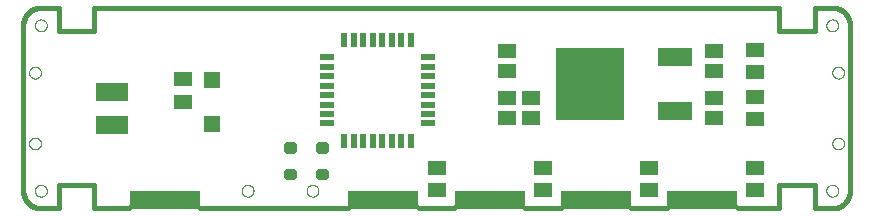
<source format=gbp>
G75*
%MOIN*%
%OFA0B0*%
%FSLAX25Y25*%
%IPPOS*%
%LPD*%
%AMOC8*
5,1,8,0,0,1.08239X$1,22.5*
%
%ADD10C,0.01600*%
%ADD11C,0.00000*%
%ADD12C,0.01200*%
%ADD13R,0.11811X0.06299*%
%ADD14R,0.22835X0.24409*%
%ADD15R,0.05906X0.05118*%
%ADD16R,0.23622X0.05906*%
%ADD17R,0.06299X0.05118*%
%ADD18R,0.02200X0.05000*%
%ADD19R,0.05000X0.02200*%
%ADD20R,0.05512X0.05512*%
%ADD21C,0.02045*%
%ADD22R,0.10630X0.06299*%
D10*
X0008290Y0025656D02*
X0014195Y0025656D01*
X0014195Y0033530D01*
X0026006Y0033530D01*
X0026006Y0025656D01*
X0037817Y0025656D01*
X0061439Y0025656D02*
X0110652Y0025656D01*
X0134274Y0025656D02*
X0146085Y0025656D01*
X0169707Y0025656D02*
X0181518Y0025656D01*
X0205140Y0025656D02*
X0216951Y0025656D01*
X0240573Y0025656D02*
X0254353Y0025656D01*
X0254353Y0033530D01*
X0266164Y0033530D01*
X0266164Y0025656D01*
X0272069Y0025656D01*
X0272069Y0025655D02*
X0272221Y0025657D01*
X0272373Y0025663D01*
X0272525Y0025673D01*
X0272676Y0025686D01*
X0272827Y0025704D01*
X0272978Y0025725D01*
X0273128Y0025751D01*
X0273277Y0025780D01*
X0273426Y0025813D01*
X0273573Y0025850D01*
X0273720Y0025890D01*
X0273865Y0025935D01*
X0274009Y0025983D01*
X0274152Y0026035D01*
X0274294Y0026090D01*
X0274434Y0026149D01*
X0274573Y0026212D01*
X0274710Y0026278D01*
X0274845Y0026348D01*
X0274978Y0026421D01*
X0275109Y0026498D01*
X0275239Y0026578D01*
X0275366Y0026661D01*
X0275491Y0026747D01*
X0275614Y0026837D01*
X0275734Y0026930D01*
X0275852Y0027026D01*
X0275968Y0027125D01*
X0276081Y0027227D01*
X0276191Y0027331D01*
X0276299Y0027439D01*
X0276403Y0027549D01*
X0276505Y0027662D01*
X0276604Y0027778D01*
X0276700Y0027896D01*
X0276793Y0028016D01*
X0276883Y0028139D01*
X0276969Y0028264D01*
X0277052Y0028391D01*
X0277132Y0028521D01*
X0277209Y0028652D01*
X0277282Y0028785D01*
X0277352Y0028920D01*
X0277418Y0029057D01*
X0277481Y0029196D01*
X0277540Y0029336D01*
X0277595Y0029478D01*
X0277647Y0029621D01*
X0277695Y0029765D01*
X0277740Y0029910D01*
X0277780Y0030057D01*
X0277817Y0030204D01*
X0277850Y0030353D01*
X0277879Y0030502D01*
X0277905Y0030652D01*
X0277926Y0030803D01*
X0277944Y0030954D01*
X0277957Y0031105D01*
X0277967Y0031257D01*
X0277973Y0031409D01*
X0277975Y0031561D01*
X0277975Y0086679D01*
X0277973Y0086831D01*
X0277967Y0086983D01*
X0277957Y0087135D01*
X0277944Y0087286D01*
X0277926Y0087437D01*
X0277905Y0087588D01*
X0277879Y0087738D01*
X0277850Y0087887D01*
X0277817Y0088036D01*
X0277780Y0088183D01*
X0277740Y0088330D01*
X0277695Y0088475D01*
X0277647Y0088619D01*
X0277595Y0088762D01*
X0277540Y0088904D01*
X0277481Y0089044D01*
X0277418Y0089183D01*
X0277352Y0089320D01*
X0277282Y0089455D01*
X0277209Y0089588D01*
X0277132Y0089719D01*
X0277052Y0089849D01*
X0276969Y0089976D01*
X0276883Y0090101D01*
X0276793Y0090224D01*
X0276700Y0090344D01*
X0276604Y0090462D01*
X0276505Y0090578D01*
X0276403Y0090691D01*
X0276299Y0090801D01*
X0276191Y0090909D01*
X0276081Y0091013D01*
X0275968Y0091115D01*
X0275852Y0091214D01*
X0275734Y0091310D01*
X0275614Y0091403D01*
X0275491Y0091493D01*
X0275366Y0091579D01*
X0275239Y0091662D01*
X0275109Y0091742D01*
X0274978Y0091819D01*
X0274845Y0091892D01*
X0274710Y0091962D01*
X0274573Y0092028D01*
X0274434Y0092091D01*
X0274294Y0092150D01*
X0274152Y0092205D01*
X0274009Y0092257D01*
X0273865Y0092305D01*
X0273720Y0092350D01*
X0273573Y0092390D01*
X0273426Y0092427D01*
X0273277Y0092460D01*
X0273128Y0092489D01*
X0272978Y0092515D01*
X0272827Y0092536D01*
X0272676Y0092554D01*
X0272525Y0092567D01*
X0272373Y0092577D01*
X0272221Y0092583D01*
X0272069Y0092585D01*
X0266164Y0092585D01*
X0266164Y0084711D01*
X0254353Y0084711D01*
X0254353Y0092585D01*
X0026006Y0092585D01*
X0026006Y0084711D01*
X0014195Y0084711D01*
X0014195Y0092585D01*
X0008290Y0092585D01*
X0008138Y0092583D01*
X0007986Y0092577D01*
X0007834Y0092567D01*
X0007683Y0092554D01*
X0007532Y0092536D01*
X0007381Y0092515D01*
X0007231Y0092489D01*
X0007082Y0092460D01*
X0006933Y0092427D01*
X0006786Y0092390D01*
X0006639Y0092350D01*
X0006494Y0092305D01*
X0006350Y0092257D01*
X0006207Y0092205D01*
X0006065Y0092150D01*
X0005925Y0092091D01*
X0005786Y0092028D01*
X0005649Y0091962D01*
X0005514Y0091892D01*
X0005381Y0091819D01*
X0005250Y0091742D01*
X0005120Y0091662D01*
X0004993Y0091579D01*
X0004868Y0091493D01*
X0004745Y0091403D01*
X0004625Y0091310D01*
X0004507Y0091214D01*
X0004391Y0091115D01*
X0004278Y0091013D01*
X0004168Y0090909D01*
X0004060Y0090801D01*
X0003956Y0090691D01*
X0003854Y0090578D01*
X0003755Y0090462D01*
X0003659Y0090344D01*
X0003566Y0090224D01*
X0003476Y0090101D01*
X0003390Y0089976D01*
X0003307Y0089849D01*
X0003227Y0089719D01*
X0003150Y0089588D01*
X0003077Y0089455D01*
X0003007Y0089320D01*
X0002941Y0089183D01*
X0002878Y0089044D01*
X0002819Y0088904D01*
X0002764Y0088762D01*
X0002712Y0088619D01*
X0002664Y0088475D01*
X0002619Y0088330D01*
X0002579Y0088183D01*
X0002542Y0088036D01*
X0002509Y0087887D01*
X0002480Y0087738D01*
X0002454Y0087588D01*
X0002433Y0087437D01*
X0002415Y0087286D01*
X0002402Y0087135D01*
X0002392Y0086983D01*
X0002386Y0086831D01*
X0002384Y0086679D01*
X0002384Y0031561D01*
X0002386Y0031409D01*
X0002392Y0031257D01*
X0002402Y0031105D01*
X0002415Y0030954D01*
X0002433Y0030803D01*
X0002454Y0030652D01*
X0002480Y0030502D01*
X0002509Y0030353D01*
X0002542Y0030204D01*
X0002579Y0030057D01*
X0002619Y0029910D01*
X0002664Y0029765D01*
X0002712Y0029621D01*
X0002764Y0029478D01*
X0002819Y0029336D01*
X0002878Y0029196D01*
X0002941Y0029057D01*
X0003007Y0028920D01*
X0003077Y0028785D01*
X0003150Y0028652D01*
X0003227Y0028521D01*
X0003307Y0028391D01*
X0003390Y0028264D01*
X0003476Y0028139D01*
X0003566Y0028016D01*
X0003659Y0027896D01*
X0003755Y0027778D01*
X0003854Y0027662D01*
X0003956Y0027549D01*
X0004060Y0027439D01*
X0004168Y0027331D01*
X0004278Y0027227D01*
X0004391Y0027125D01*
X0004507Y0027026D01*
X0004625Y0026930D01*
X0004745Y0026837D01*
X0004868Y0026747D01*
X0004993Y0026661D01*
X0005120Y0026578D01*
X0005250Y0026498D01*
X0005381Y0026421D01*
X0005514Y0026348D01*
X0005649Y0026278D01*
X0005786Y0026212D01*
X0005925Y0026149D01*
X0006065Y0026090D01*
X0006207Y0026035D01*
X0006350Y0025983D01*
X0006494Y0025935D01*
X0006639Y0025890D01*
X0006786Y0025850D01*
X0006933Y0025813D01*
X0007082Y0025780D01*
X0007231Y0025751D01*
X0007381Y0025725D01*
X0007532Y0025704D01*
X0007683Y0025686D01*
X0007834Y0025673D01*
X0007986Y0025663D01*
X0008138Y0025657D01*
X0008290Y0025655D01*
D11*
X0006321Y0031561D02*
X0006323Y0031649D01*
X0006329Y0031737D01*
X0006339Y0031825D01*
X0006353Y0031913D01*
X0006370Y0031999D01*
X0006392Y0032085D01*
X0006417Y0032169D01*
X0006447Y0032253D01*
X0006479Y0032335D01*
X0006516Y0032415D01*
X0006556Y0032494D01*
X0006600Y0032571D01*
X0006647Y0032646D01*
X0006697Y0032718D01*
X0006751Y0032789D01*
X0006807Y0032856D01*
X0006867Y0032922D01*
X0006929Y0032984D01*
X0006995Y0033044D01*
X0007062Y0033100D01*
X0007133Y0033154D01*
X0007205Y0033204D01*
X0007280Y0033251D01*
X0007357Y0033295D01*
X0007436Y0033335D01*
X0007516Y0033372D01*
X0007598Y0033404D01*
X0007682Y0033434D01*
X0007766Y0033459D01*
X0007852Y0033481D01*
X0007938Y0033498D01*
X0008026Y0033512D01*
X0008114Y0033522D01*
X0008202Y0033528D01*
X0008290Y0033530D01*
X0008378Y0033528D01*
X0008466Y0033522D01*
X0008554Y0033512D01*
X0008642Y0033498D01*
X0008728Y0033481D01*
X0008814Y0033459D01*
X0008898Y0033434D01*
X0008982Y0033404D01*
X0009064Y0033372D01*
X0009144Y0033335D01*
X0009223Y0033295D01*
X0009300Y0033251D01*
X0009375Y0033204D01*
X0009447Y0033154D01*
X0009518Y0033100D01*
X0009585Y0033044D01*
X0009651Y0032984D01*
X0009713Y0032922D01*
X0009773Y0032856D01*
X0009829Y0032789D01*
X0009883Y0032718D01*
X0009933Y0032646D01*
X0009980Y0032571D01*
X0010024Y0032494D01*
X0010064Y0032415D01*
X0010101Y0032335D01*
X0010133Y0032253D01*
X0010163Y0032169D01*
X0010188Y0032085D01*
X0010210Y0031999D01*
X0010227Y0031913D01*
X0010241Y0031825D01*
X0010251Y0031737D01*
X0010257Y0031649D01*
X0010259Y0031561D01*
X0010257Y0031473D01*
X0010251Y0031385D01*
X0010241Y0031297D01*
X0010227Y0031209D01*
X0010210Y0031123D01*
X0010188Y0031037D01*
X0010163Y0030953D01*
X0010133Y0030869D01*
X0010101Y0030787D01*
X0010064Y0030707D01*
X0010024Y0030628D01*
X0009980Y0030551D01*
X0009933Y0030476D01*
X0009883Y0030404D01*
X0009829Y0030333D01*
X0009773Y0030266D01*
X0009713Y0030200D01*
X0009651Y0030138D01*
X0009585Y0030078D01*
X0009518Y0030022D01*
X0009447Y0029968D01*
X0009375Y0029918D01*
X0009300Y0029871D01*
X0009223Y0029827D01*
X0009144Y0029787D01*
X0009064Y0029750D01*
X0008982Y0029718D01*
X0008898Y0029688D01*
X0008814Y0029663D01*
X0008728Y0029641D01*
X0008642Y0029624D01*
X0008554Y0029610D01*
X0008466Y0029600D01*
X0008378Y0029594D01*
X0008290Y0029592D01*
X0008202Y0029594D01*
X0008114Y0029600D01*
X0008026Y0029610D01*
X0007938Y0029624D01*
X0007852Y0029641D01*
X0007766Y0029663D01*
X0007682Y0029688D01*
X0007598Y0029718D01*
X0007516Y0029750D01*
X0007436Y0029787D01*
X0007357Y0029827D01*
X0007280Y0029871D01*
X0007205Y0029918D01*
X0007133Y0029968D01*
X0007062Y0030022D01*
X0006995Y0030078D01*
X0006929Y0030138D01*
X0006867Y0030200D01*
X0006807Y0030266D01*
X0006751Y0030333D01*
X0006697Y0030404D01*
X0006647Y0030476D01*
X0006600Y0030551D01*
X0006556Y0030628D01*
X0006516Y0030707D01*
X0006479Y0030787D01*
X0006447Y0030869D01*
X0006417Y0030953D01*
X0006392Y0031037D01*
X0006370Y0031123D01*
X0006353Y0031209D01*
X0006339Y0031297D01*
X0006329Y0031385D01*
X0006323Y0031473D01*
X0006321Y0031561D01*
X0004352Y0047309D02*
X0004354Y0047397D01*
X0004360Y0047485D01*
X0004370Y0047573D01*
X0004384Y0047661D01*
X0004401Y0047747D01*
X0004423Y0047833D01*
X0004448Y0047917D01*
X0004478Y0048001D01*
X0004510Y0048083D01*
X0004547Y0048163D01*
X0004587Y0048242D01*
X0004631Y0048319D01*
X0004678Y0048394D01*
X0004728Y0048466D01*
X0004782Y0048537D01*
X0004838Y0048604D01*
X0004898Y0048670D01*
X0004960Y0048732D01*
X0005026Y0048792D01*
X0005093Y0048848D01*
X0005164Y0048902D01*
X0005236Y0048952D01*
X0005311Y0048999D01*
X0005388Y0049043D01*
X0005467Y0049083D01*
X0005547Y0049120D01*
X0005629Y0049152D01*
X0005713Y0049182D01*
X0005797Y0049207D01*
X0005883Y0049229D01*
X0005969Y0049246D01*
X0006057Y0049260D01*
X0006145Y0049270D01*
X0006233Y0049276D01*
X0006321Y0049278D01*
X0006409Y0049276D01*
X0006497Y0049270D01*
X0006585Y0049260D01*
X0006673Y0049246D01*
X0006759Y0049229D01*
X0006845Y0049207D01*
X0006929Y0049182D01*
X0007013Y0049152D01*
X0007095Y0049120D01*
X0007175Y0049083D01*
X0007254Y0049043D01*
X0007331Y0048999D01*
X0007406Y0048952D01*
X0007478Y0048902D01*
X0007549Y0048848D01*
X0007616Y0048792D01*
X0007682Y0048732D01*
X0007744Y0048670D01*
X0007804Y0048604D01*
X0007860Y0048537D01*
X0007914Y0048466D01*
X0007964Y0048394D01*
X0008011Y0048319D01*
X0008055Y0048242D01*
X0008095Y0048163D01*
X0008132Y0048083D01*
X0008164Y0048001D01*
X0008194Y0047917D01*
X0008219Y0047833D01*
X0008241Y0047747D01*
X0008258Y0047661D01*
X0008272Y0047573D01*
X0008282Y0047485D01*
X0008288Y0047397D01*
X0008290Y0047309D01*
X0008288Y0047221D01*
X0008282Y0047133D01*
X0008272Y0047045D01*
X0008258Y0046957D01*
X0008241Y0046871D01*
X0008219Y0046785D01*
X0008194Y0046701D01*
X0008164Y0046617D01*
X0008132Y0046535D01*
X0008095Y0046455D01*
X0008055Y0046376D01*
X0008011Y0046299D01*
X0007964Y0046224D01*
X0007914Y0046152D01*
X0007860Y0046081D01*
X0007804Y0046014D01*
X0007744Y0045948D01*
X0007682Y0045886D01*
X0007616Y0045826D01*
X0007549Y0045770D01*
X0007478Y0045716D01*
X0007406Y0045666D01*
X0007331Y0045619D01*
X0007254Y0045575D01*
X0007175Y0045535D01*
X0007095Y0045498D01*
X0007013Y0045466D01*
X0006929Y0045436D01*
X0006845Y0045411D01*
X0006759Y0045389D01*
X0006673Y0045372D01*
X0006585Y0045358D01*
X0006497Y0045348D01*
X0006409Y0045342D01*
X0006321Y0045340D01*
X0006233Y0045342D01*
X0006145Y0045348D01*
X0006057Y0045358D01*
X0005969Y0045372D01*
X0005883Y0045389D01*
X0005797Y0045411D01*
X0005713Y0045436D01*
X0005629Y0045466D01*
X0005547Y0045498D01*
X0005467Y0045535D01*
X0005388Y0045575D01*
X0005311Y0045619D01*
X0005236Y0045666D01*
X0005164Y0045716D01*
X0005093Y0045770D01*
X0005026Y0045826D01*
X0004960Y0045886D01*
X0004898Y0045948D01*
X0004838Y0046014D01*
X0004782Y0046081D01*
X0004728Y0046152D01*
X0004678Y0046224D01*
X0004631Y0046299D01*
X0004587Y0046376D01*
X0004547Y0046455D01*
X0004510Y0046535D01*
X0004478Y0046617D01*
X0004448Y0046701D01*
X0004423Y0046785D01*
X0004401Y0046871D01*
X0004384Y0046957D01*
X0004370Y0047045D01*
X0004360Y0047133D01*
X0004354Y0047221D01*
X0004352Y0047309D01*
X0004352Y0070931D02*
X0004354Y0071019D01*
X0004360Y0071107D01*
X0004370Y0071195D01*
X0004384Y0071283D01*
X0004401Y0071369D01*
X0004423Y0071455D01*
X0004448Y0071539D01*
X0004478Y0071623D01*
X0004510Y0071705D01*
X0004547Y0071785D01*
X0004587Y0071864D01*
X0004631Y0071941D01*
X0004678Y0072016D01*
X0004728Y0072088D01*
X0004782Y0072159D01*
X0004838Y0072226D01*
X0004898Y0072292D01*
X0004960Y0072354D01*
X0005026Y0072414D01*
X0005093Y0072470D01*
X0005164Y0072524D01*
X0005236Y0072574D01*
X0005311Y0072621D01*
X0005388Y0072665D01*
X0005467Y0072705D01*
X0005547Y0072742D01*
X0005629Y0072774D01*
X0005713Y0072804D01*
X0005797Y0072829D01*
X0005883Y0072851D01*
X0005969Y0072868D01*
X0006057Y0072882D01*
X0006145Y0072892D01*
X0006233Y0072898D01*
X0006321Y0072900D01*
X0006409Y0072898D01*
X0006497Y0072892D01*
X0006585Y0072882D01*
X0006673Y0072868D01*
X0006759Y0072851D01*
X0006845Y0072829D01*
X0006929Y0072804D01*
X0007013Y0072774D01*
X0007095Y0072742D01*
X0007175Y0072705D01*
X0007254Y0072665D01*
X0007331Y0072621D01*
X0007406Y0072574D01*
X0007478Y0072524D01*
X0007549Y0072470D01*
X0007616Y0072414D01*
X0007682Y0072354D01*
X0007744Y0072292D01*
X0007804Y0072226D01*
X0007860Y0072159D01*
X0007914Y0072088D01*
X0007964Y0072016D01*
X0008011Y0071941D01*
X0008055Y0071864D01*
X0008095Y0071785D01*
X0008132Y0071705D01*
X0008164Y0071623D01*
X0008194Y0071539D01*
X0008219Y0071455D01*
X0008241Y0071369D01*
X0008258Y0071283D01*
X0008272Y0071195D01*
X0008282Y0071107D01*
X0008288Y0071019D01*
X0008290Y0070931D01*
X0008288Y0070843D01*
X0008282Y0070755D01*
X0008272Y0070667D01*
X0008258Y0070579D01*
X0008241Y0070493D01*
X0008219Y0070407D01*
X0008194Y0070323D01*
X0008164Y0070239D01*
X0008132Y0070157D01*
X0008095Y0070077D01*
X0008055Y0069998D01*
X0008011Y0069921D01*
X0007964Y0069846D01*
X0007914Y0069774D01*
X0007860Y0069703D01*
X0007804Y0069636D01*
X0007744Y0069570D01*
X0007682Y0069508D01*
X0007616Y0069448D01*
X0007549Y0069392D01*
X0007478Y0069338D01*
X0007406Y0069288D01*
X0007331Y0069241D01*
X0007254Y0069197D01*
X0007175Y0069157D01*
X0007095Y0069120D01*
X0007013Y0069088D01*
X0006929Y0069058D01*
X0006845Y0069033D01*
X0006759Y0069011D01*
X0006673Y0068994D01*
X0006585Y0068980D01*
X0006497Y0068970D01*
X0006409Y0068964D01*
X0006321Y0068962D01*
X0006233Y0068964D01*
X0006145Y0068970D01*
X0006057Y0068980D01*
X0005969Y0068994D01*
X0005883Y0069011D01*
X0005797Y0069033D01*
X0005713Y0069058D01*
X0005629Y0069088D01*
X0005547Y0069120D01*
X0005467Y0069157D01*
X0005388Y0069197D01*
X0005311Y0069241D01*
X0005236Y0069288D01*
X0005164Y0069338D01*
X0005093Y0069392D01*
X0005026Y0069448D01*
X0004960Y0069508D01*
X0004898Y0069570D01*
X0004838Y0069636D01*
X0004782Y0069703D01*
X0004728Y0069774D01*
X0004678Y0069846D01*
X0004631Y0069921D01*
X0004587Y0069998D01*
X0004547Y0070077D01*
X0004510Y0070157D01*
X0004478Y0070239D01*
X0004448Y0070323D01*
X0004423Y0070407D01*
X0004401Y0070493D01*
X0004384Y0070579D01*
X0004370Y0070667D01*
X0004360Y0070755D01*
X0004354Y0070843D01*
X0004352Y0070931D01*
X0006321Y0086679D02*
X0006323Y0086767D01*
X0006329Y0086855D01*
X0006339Y0086943D01*
X0006353Y0087031D01*
X0006370Y0087117D01*
X0006392Y0087203D01*
X0006417Y0087287D01*
X0006447Y0087371D01*
X0006479Y0087453D01*
X0006516Y0087533D01*
X0006556Y0087612D01*
X0006600Y0087689D01*
X0006647Y0087764D01*
X0006697Y0087836D01*
X0006751Y0087907D01*
X0006807Y0087974D01*
X0006867Y0088040D01*
X0006929Y0088102D01*
X0006995Y0088162D01*
X0007062Y0088218D01*
X0007133Y0088272D01*
X0007205Y0088322D01*
X0007280Y0088369D01*
X0007357Y0088413D01*
X0007436Y0088453D01*
X0007516Y0088490D01*
X0007598Y0088522D01*
X0007682Y0088552D01*
X0007766Y0088577D01*
X0007852Y0088599D01*
X0007938Y0088616D01*
X0008026Y0088630D01*
X0008114Y0088640D01*
X0008202Y0088646D01*
X0008290Y0088648D01*
X0008378Y0088646D01*
X0008466Y0088640D01*
X0008554Y0088630D01*
X0008642Y0088616D01*
X0008728Y0088599D01*
X0008814Y0088577D01*
X0008898Y0088552D01*
X0008982Y0088522D01*
X0009064Y0088490D01*
X0009144Y0088453D01*
X0009223Y0088413D01*
X0009300Y0088369D01*
X0009375Y0088322D01*
X0009447Y0088272D01*
X0009518Y0088218D01*
X0009585Y0088162D01*
X0009651Y0088102D01*
X0009713Y0088040D01*
X0009773Y0087974D01*
X0009829Y0087907D01*
X0009883Y0087836D01*
X0009933Y0087764D01*
X0009980Y0087689D01*
X0010024Y0087612D01*
X0010064Y0087533D01*
X0010101Y0087453D01*
X0010133Y0087371D01*
X0010163Y0087287D01*
X0010188Y0087203D01*
X0010210Y0087117D01*
X0010227Y0087031D01*
X0010241Y0086943D01*
X0010251Y0086855D01*
X0010257Y0086767D01*
X0010259Y0086679D01*
X0010257Y0086591D01*
X0010251Y0086503D01*
X0010241Y0086415D01*
X0010227Y0086327D01*
X0010210Y0086241D01*
X0010188Y0086155D01*
X0010163Y0086071D01*
X0010133Y0085987D01*
X0010101Y0085905D01*
X0010064Y0085825D01*
X0010024Y0085746D01*
X0009980Y0085669D01*
X0009933Y0085594D01*
X0009883Y0085522D01*
X0009829Y0085451D01*
X0009773Y0085384D01*
X0009713Y0085318D01*
X0009651Y0085256D01*
X0009585Y0085196D01*
X0009518Y0085140D01*
X0009447Y0085086D01*
X0009375Y0085036D01*
X0009300Y0084989D01*
X0009223Y0084945D01*
X0009144Y0084905D01*
X0009064Y0084868D01*
X0008982Y0084836D01*
X0008898Y0084806D01*
X0008814Y0084781D01*
X0008728Y0084759D01*
X0008642Y0084742D01*
X0008554Y0084728D01*
X0008466Y0084718D01*
X0008378Y0084712D01*
X0008290Y0084710D01*
X0008202Y0084712D01*
X0008114Y0084718D01*
X0008026Y0084728D01*
X0007938Y0084742D01*
X0007852Y0084759D01*
X0007766Y0084781D01*
X0007682Y0084806D01*
X0007598Y0084836D01*
X0007516Y0084868D01*
X0007436Y0084905D01*
X0007357Y0084945D01*
X0007280Y0084989D01*
X0007205Y0085036D01*
X0007133Y0085086D01*
X0007062Y0085140D01*
X0006995Y0085196D01*
X0006929Y0085256D01*
X0006867Y0085318D01*
X0006807Y0085384D01*
X0006751Y0085451D01*
X0006697Y0085522D01*
X0006647Y0085594D01*
X0006600Y0085669D01*
X0006556Y0085746D01*
X0006516Y0085825D01*
X0006479Y0085905D01*
X0006447Y0085987D01*
X0006417Y0086071D01*
X0006392Y0086155D01*
X0006370Y0086241D01*
X0006353Y0086327D01*
X0006339Y0086415D01*
X0006329Y0086503D01*
X0006323Y0086591D01*
X0006321Y0086679D01*
X0075218Y0031561D02*
X0075220Y0031649D01*
X0075226Y0031737D01*
X0075236Y0031825D01*
X0075250Y0031913D01*
X0075267Y0031999D01*
X0075289Y0032085D01*
X0075314Y0032169D01*
X0075344Y0032253D01*
X0075376Y0032335D01*
X0075413Y0032415D01*
X0075453Y0032494D01*
X0075497Y0032571D01*
X0075544Y0032646D01*
X0075594Y0032718D01*
X0075648Y0032789D01*
X0075704Y0032856D01*
X0075764Y0032922D01*
X0075826Y0032984D01*
X0075892Y0033044D01*
X0075959Y0033100D01*
X0076030Y0033154D01*
X0076102Y0033204D01*
X0076177Y0033251D01*
X0076254Y0033295D01*
X0076333Y0033335D01*
X0076413Y0033372D01*
X0076495Y0033404D01*
X0076579Y0033434D01*
X0076663Y0033459D01*
X0076749Y0033481D01*
X0076835Y0033498D01*
X0076923Y0033512D01*
X0077011Y0033522D01*
X0077099Y0033528D01*
X0077187Y0033530D01*
X0077275Y0033528D01*
X0077363Y0033522D01*
X0077451Y0033512D01*
X0077539Y0033498D01*
X0077625Y0033481D01*
X0077711Y0033459D01*
X0077795Y0033434D01*
X0077879Y0033404D01*
X0077961Y0033372D01*
X0078041Y0033335D01*
X0078120Y0033295D01*
X0078197Y0033251D01*
X0078272Y0033204D01*
X0078344Y0033154D01*
X0078415Y0033100D01*
X0078482Y0033044D01*
X0078548Y0032984D01*
X0078610Y0032922D01*
X0078670Y0032856D01*
X0078726Y0032789D01*
X0078780Y0032718D01*
X0078830Y0032646D01*
X0078877Y0032571D01*
X0078921Y0032494D01*
X0078961Y0032415D01*
X0078998Y0032335D01*
X0079030Y0032253D01*
X0079060Y0032169D01*
X0079085Y0032085D01*
X0079107Y0031999D01*
X0079124Y0031913D01*
X0079138Y0031825D01*
X0079148Y0031737D01*
X0079154Y0031649D01*
X0079156Y0031561D01*
X0079154Y0031473D01*
X0079148Y0031385D01*
X0079138Y0031297D01*
X0079124Y0031209D01*
X0079107Y0031123D01*
X0079085Y0031037D01*
X0079060Y0030953D01*
X0079030Y0030869D01*
X0078998Y0030787D01*
X0078961Y0030707D01*
X0078921Y0030628D01*
X0078877Y0030551D01*
X0078830Y0030476D01*
X0078780Y0030404D01*
X0078726Y0030333D01*
X0078670Y0030266D01*
X0078610Y0030200D01*
X0078548Y0030138D01*
X0078482Y0030078D01*
X0078415Y0030022D01*
X0078344Y0029968D01*
X0078272Y0029918D01*
X0078197Y0029871D01*
X0078120Y0029827D01*
X0078041Y0029787D01*
X0077961Y0029750D01*
X0077879Y0029718D01*
X0077795Y0029688D01*
X0077711Y0029663D01*
X0077625Y0029641D01*
X0077539Y0029624D01*
X0077451Y0029610D01*
X0077363Y0029600D01*
X0077275Y0029594D01*
X0077187Y0029592D01*
X0077099Y0029594D01*
X0077011Y0029600D01*
X0076923Y0029610D01*
X0076835Y0029624D01*
X0076749Y0029641D01*
X0076663Y0029663D01*
X0076579Y0029688D01*
X0076495Y0029718D01*
X0076413Y0029750D01*
X0076333Y0029787D01*
X0076254Y0029827D01*
X0076177Y0029871D01*
X0076102Y0029918D01*
X0076030Y0029968D01*
X0075959Y0030022D01*
X0075892Y0030078D01*
X0075826Y0030138D01*
X0075764Y0030200D01*
X0075704Y0030266D01*
X0075648Y0030333D01*
X0075594Y0030404D01*
X0075544Y0030476D01*
X0075497Y0030551D01*
X0075453Y0030628D01*
X0075413Y0030707D01*
X0075376Y0030787D01*
X0075344Y0030869D01*
X0075314Y0030953D01*
X0075289Y0031037D01*
X0075267Y0031123D01*
X0075250Y0031209D01*
X0075236Y0031297D01*
X0075226Y0031385D01*
X0075220Y0031473D01*
X0075218Y0031561D01*
X0096872Y0031561D02*
X0096874Y0031649D01*
X0096880Y0031737D01*
X0096890Y0031825D01*
X0096904Y0031913D01*
X0096921Y0031999D01*
X0096943Y0032085D01*
X0096968Y0032169D01*
X0096998Y0032253D01*
X0097030Y0032335D01*
X0097067Y0032415D01*
X0097107Y0032494D01*
X0097151Y0032571D01*
X0097198Y0032646D01*
X0097248Y0032718D01*
X0097302Y0032789D01*
X0097358Y0032856D01*
X0097418Y0032922D01*
X0097480Y0032984D01*
X0097546Y0033044D01*
X0097613Y0033100D01*
X0097684Y0033154D01*
X0097756Y0033204D01*
X0097831Y0033251D01*
X0097908Y0033295D01*
X0097987Y0033335D01*
X0098067Y0033372D01*
X0098149Y0033404D01*
X0098233Y0033434D01*
X0098317Y0033459D01*
X0098403Y0033481D01*
X0098489Y0033498D01*
X0098577Y0033512D01*
X0098665Y0033522D01*
X0098753Y0033528D01*
X0098841Y0033530D01*
X0098929Y0033528D01*
X0099017Y0033522D01*
X0099105Y0033512D01*
X0099193Y0033498D01*
X0099279Y0033481D01*
X0099365Y0033459D01*
X0099449Y0033434D01*
X0099533Y0033404D01*
X0099615Y0033372D01*
X0099695Y0033335D01*
X0099774Y0033295D01*
X0099851Y0033251D01*
X0099926Y0033204D01*
X0099998Y0033154D01*
X0100069Y0033100D01*
X0100136Y0033044D01*
X0100202Y0032984D01*
X0100264Y0032922D01*
X0100324Y0032856D01*
X0100380Y0032789D01*
X0100434Y0032718D01*
X0100484Y0032646D01*
X0100531Y0032571D01*
X0100575Y0032494D01*
X0100615Y0032415D01*
X0100652Y0032335D01*
X0100684Y0032253D01*
X0100714Y0032169D01*
X0100739Y0032085D01*
X0100761Y0031999D01*
X0100778Y0031913D01*
X0100792Y0031825D01*
X0100802Y0031737D01*
X0100808Y0031649D01*
X0100810Y0031561D01*
X0100808Y0031473D01*
X0100802Y0031385D01*
X0100792Y0031297D01*
X0100778Y0031209D01*
X0100761Y0031123D01*
X0100739Y0031037D01*
X0100714Y0030953D01*
X0100684Y0030869D01*
X0100652Y0030787D01*
X0100615Y0030707D01*
X0100575Y0030628D01*
X0100531Y0030551D01*
X0100484Y0030476D01*
X0100434Y0030404D01*
X0100380Y0030333D01*
X0100324Y0030266D01*
X0100264Y0030200D01*
X0100202Y0030138D01*
X0100136Y0030078D01*
X0100069Y0030022D01*
X0099998Y0029968D01*
X0099926Y0029918D01*
X0099851Y0029871D01*
X0099774Y0029827D01*
X0099695Y0029787D01*
X0099615Y0029750D01*
X0099533Y0029718D01*
X0099449Y0029688D01*
X0099365Y0029663D01*
X0099279Y0029641D01*
X0099193Y0029624D01*
X0099105Y0029610D01*
X0099017Y0029600D01*
X0098929Y0029594D01*
X0098841Y0029592D01*
X0098753Y0029594D01*
X0098665Y0029600D01*
X0098577Y0029610D01*
X0098489Y0029624D01*
X0098403Y0029641D01*
X0098317Y0029663D01*
X0098233Y0029688D01*
X0098149Y0029718D01*
X0098067Y0029750D01*
X0097987Y0029787D01*
X0097908Y0029827D01*
X0097831Y0029871D01*
X0097756Y0029918D01*
X0097684Y0029968D01*
X0097613Y0030022D01*
X0097546Y0030078D01*
X0097480Y0030138D01*
X0097418Y0030200D01*
X0097358Y0030266D01*
X0097302Y0030333D01*
X0097248Y0030404D01*
X0097198Y0030476D01*
X0097151Y0030551D01*
X0097107Y0030628D01*
X0097067Y0030707D01*
X0097030Y0030787D01*
X0096998Y0030869D01*
X0096968Y0030953D01*
X0096943Y0031037D01*
X0096921Y0031123D01*
X0096904Y0031209D01*
X0096890Y0031297D01*
X0096880Y0031385D01*
X0096874Y0031473D01*
X0096872Y0031561D01*
X0270100Y0031561D02*
X0270102Y0031649D01*
X0270108Y0031737D01*
X0270118Y0031825D01*
X0270132Y0031913D01*
X0270149Y0031999D01*
X0270171Y0032085D01*
X0270196Y0032169D01*
X0270226Y0032253D01*
X0270258Y0032335D01*
X0270295Y0032415D01*
X0270335Y0032494D01*
X0270379Y0032571D01*
X0270426Y0032646D01*
X0270476Y0032718D01*
X0270530Y0032789D01*
X0270586Y0032856D01*
X0270646Y0032922D01*
X0270708Y0032984D01*
X0270774Y0033044D01*
X0270841Y0033100D01*
X0270912Y0033154D01*
X0270984Y0033204D01*
X0271059Y0033251D01*
X0271136Y0033295D01*
X0271215Y0033335D01*
X0271295Y0033372D01*
X0271377Y0033404D01*
X0271461Y0033434D01*
X0271545Y0033459D01*
X0271631Y0033481D01*
X0271717Y0033498D01*
X0271805Y0033512D01*
X0271893Y0033522D01*
X0271981Y0033528D01*
X0272069Y0033530D01*
X0272157Y0033528D01*
X0272245Y0033522D01*
X0272333Y0033512D01*
X0272421Y0033498D01*
X0272507Y0033481D01*
X0272593Y0033459D01*
X0272677Y0033434D01*
X0272761Y0033404D01*
X0272843Y0033372D01*
X0272923Y0033335D01*
X0273002Y0033295D01*
X0273079Y0033251D01*
X0273154Y0033204D01*
X0273226Y0033154D01*
X0273297Y0033100D01*
X0273364Y0033044D01*
X0273430Y0032984D01*
X0273492Y0032922D01*
X0273552Y0032856D01*
X0273608Y0032789D01*
X0273662Y0032718D01*
X0273712Y0032646D01*
X0273759Y0032571D01*
X0273803Y0032494D01*
X0273843Y0032415D01*
X0273880Y0032335D01*
X0273912Y0032253D01*
X0273942Y0032169D01*
X0273967Y0032085D01*
X0273989Y0031999D01*
X0274006Y0031913D01*
X0274020Y0031825D01*
X0274030Y0031737D01*
X0274036Y0031649D01*
X0274038Y0031561D01*
X0274036Y0031473D01*
X0274030Y0031385D01*
X0274020Y0031297D01*
X0274006Y0031209D01*
X0273989Y0031123D01*
X0273967Y0031037D01*
X0273942Y0030953D01*
X0273912Y0030869D01*
X0273880Y0030787D01*
X0273843Y0030707D01*
X0273803Y0030628D01*
X0273759Y0030551D01*
X0273712Y0030476D01*
X0273662Y0030404D01*
X0273608Y0030333D01*
X0273552Y0030266D01*
X0273492Y0030200D01*
X0273430Y0030138D01*
X0273364Y0030078D01*
X0273297Y0030022D01*
X0273226Y0029968D01*
X0273154Y0029918D01*
X0273079Y0029871D01*
X0273002Y0029827D01*
X0272923Y0029787D01*
X0272843Y0029750D01*
X0272761Y0029718D01*
X0272677Y0029688D01*
X0272593Y0029663D01*
X0272507Y0029641D01*
X0272421Y0029624D01*
X0272333Y0029610D01*
X0272245Y0029600D01*
X0272157Y0029594D01*
X0272069Y0029592D01*
X0271981Y0029594D01*
X0271893Y0029600D01*
X0271805Y0029610D01*
X0271717Y0029624D01*
X0271631Y0029641D01*
X0271545Y0029663D01*
X0271461Y0029688D01*
X0271377Y0029718D01*
X0271295Y0029750D01*
X0271215Y0029787D01*
X0271136Y0029827D01*
X0271059Y0029871D01*
X0270984Y0029918D01*
X0270912Y0029968D01*
X0270841Y0030022D01*
X0270774Y0030078D01*
X0270708Y0030138D01*
X0270646Y0030200D01*
X0270586Y0030266D01*
X0270530Y0030333D01*
X0270476Y0030404D01*
X0270426Y0030476D01*
X0270379Y0030551D01*
X0270335Y0030628D01*
X0270295Y0030707D01*
X0270258Y0030787D01*
X0270226Y0030869D01*
X0270196Y0030953D01*
X0270171Y0031037D01*
X0270149Y0031123D01*
X0270132Y0031209D01*
X0270118Y0031297D01*
X0270108Y0031385D01*
X0270102Y0031473D01*
X0270100Y0031561D01*
X0272069Y0047309D02*
X0272071Y0047397D01*
X0272077Y0047485D01*
X0272087Y0047573D01*
X0272101Y0047661D01*
X0272118Y0047747D01*
X0272140Y0047833D01*
X0272165Y0047917D01*
X0272195Y0048001D01*
X0272227Y0048083D01*
X0272264Y0048163D01*
X0272304Y0048242D01*
X0272348Y0048319D01*
X0272395Y0048394D01*
X0272445Y0048466D01*
X0272499Y0048537D01*
X0272555Y0048604D01*
X0272615Y0048670D01*
X0272677Y0048732D01*
X0272743Y0048792D01*
X0272810Y0048848D01*
X0272881Y0048902D01*
X0272953Y0048952D01*
X0273028Y0048999D01*
X0273105Y0049043D01*
X0273184Y0049083D01*
X0273264Y0049120D01*
X0273346Y0049152D01*
X0273430Y0049182D01*
X0273514Y0049207D01*
X0273600Y0049229D01*
X0273686Y0049246D01*
X0273774Y0049260D01*
X0273862Y0049270D01*
X0273950Y0049276D01*
X0274038Y0049278D01*
X0274126Y0049276D01*
X0274214Y0049270D01*
X0274302Y0049260D01*
X0274390Y0049246D01*
X0274476Y0049229D01*
X0274562Y0049207D01*
X0274646Y0049182D01*
X0274730Y0049152D01*
X0274812Y0049120D01*
X0274892Y0049083D01*
X0274971Y0049043D01*
X0275048Y0048999D01*
X0275123Y0048952D01*
X0275195Y0048902D01*
X0275266Y0048848D01*
X0275333Y0048792D01*
X0275399Y0048732D01*
X0275461Y0048670D01*
X0275521Y0048604D01*
X0275577Y0048537D01*
X0275631Y0048466D01*
X0275681Y0048394D01*
X0275728Y0048319D01*
X0275772Y0048242D01*
X0275812Y0048163D01*
X0275849Y0048083D01*
X0275881Y0048001D01*
X0275911Y0047917D01*
X0275936Y0047833D01*
X0275958Y0047747D01*
X0275975Y0047661D01*
X0275989Y0047573D01*
X0275999Y0047485D01*
X0276005Y0047397D01*
X0276007Y0047309D01*
X0276005Y0047221D01*
X0275999Y0047133D01*
X0275989Y0047045D01*
X0275975Y0046957D01*
X0275958Y0046871D01*
X0275936Y0046785D01*
X0275911Y0046701D01*
X0275881Y0046617D01*
X0275849Y0046535D01*
X0275812Y0046455D01*
X0275772Y0046376D01*
X0275728Y0046299D01*
X0275681Y0046224D01*
X0275631Y0046152D01*
X0275577Y0046081D01*
X0275521Y0046014D01*
X0275461Y0045948D01*
X0275399Y0045886D01*
X0275333Y0045826D01*
X0275266Y0045770D01*
X0275195Y0045716D01*
X0275123Y0045666D01*
X0275048Y0045619D01*
X0274971Y0045575D01*
X0274892Y0045535D01*
X0274812Y0045498D01*
X0274730Y0045466D01*
X0274646Y0045436D01*
X0274562Y0045411D01*
X0274476Y0045389D01*
X0274390Y0045372D01*
X0274302Y0045358D01*
X0274214Y0045348D01*
X0274126Y0045342D01*
X0274038Y0045340D01*
X0273950Y0045342D01*
X0273862Y0045348D01*
X0273774Y0045358D01*
X0273686Y0045372D01*
X0273600Y0045389D01*
X0273514Y0045411D01*
X0273430Y0045436D01*
X0273346Y0045466D01*
X0273264Y0045498D01*
X0273184Y0045535D01*
X0273105Y0045575D01*
X0273028Y0045619D01*
X0272953Y0045666D01*
X0272881Y0045716D01*
X0272810Y0045770D01*
X0272743Y0045826D01*
X0272677Y0045886D01*
X0272615Y0045948D01*
X0272555Y0046014D01*
X0272499Y0046081D01*
X0272445Y0046152D01*
X0272395Y0046224D01*
X0272348Y0046299D01*
X0272304Y0046376D01*
X0272264Y0046455D01*
X0272227Y0046535D01*
X0272195Y0046617D01*
X0272165Y0046701D01*
X0272140Y0046785D01*
X0272118Y0046871D01*
X0272101Y0046957D01*
X0272087Y0047045D01*
X0272077Y0047133D01*
X0272071Y0047221D01*
X0272069Y0047309D01*
X0272069Y0070931D02*
X0272071Y0071019D01*
X0272077Y0071107D01*
X0272087Y0071195D01*
X0272101Y0071283D01*
X0272118Y0071369D01*
X0272140Y0071455D01*
X0272165Y0071539D01*
X0272195Y0071623D01*
X0272227Y0071705D01*
X0272264Y0071785D01*
X0272304Y0071864D01*
X0272348Y0071941D01*
X0272395Y0072016D01*
X0272445Y0072088D01*
X0272499Y0072159D01*
X0272555Y0072226D01*
X0272615Y0072292D01*
X0272677Y0072354D01*
X0272743Y0072414D01*
X0272810Y0072470D01*
X0272881Y0072524D01*
X0272953Y0072574D01*
X0273028Y0072621D01*
X0273105Y0072665D01*
X0273184Y0072705D01*
X0273264Y0072742D01*
X0273346Y0072774D01*
X0273430Y0072804D01*
X0273514Y0072829D01*
X0273600Y0072851D01*
X0273686Y0072868D01*
X0273774Y0072882D01*
X0273862Y0072892D01*
X0273950Y0072898D01*
X0274038Y0072900D01*
X0274126Y0072898D01*
X0274214Y0072892D01*
X0274302Y0072882D01*
X0274390Y0072868D01*
X0274476Y0072851D01*
X0274562Y0072829D01*
X0274646Y0072804D01*
X0274730Y0072774D01*
X0274812Y0072742D01*
X0274892Y0072705D01*
X0274971Y0072665D01*
X0275048Y0072621D01*
X0275123Y0072574D01*
X0275195Y0072524D01*
X0275266Y0072470D01*
X0275333Y0072414D01*
X0275399Y0072354D01*
X0275461Y0072292D01*
X0275521Y0072226D01*
X0275577Y0072159D01*
X0275631Y0072088D01*
X0275681Y0072016D01*
X0275728Y0071941D01*
X0275772Y0071864D01*
X0275812Y0071785D01*
X0275849Y0071705D01*
X0275881Y0071623D01*
X0275911Y0071539D01*
X0275936Y0071455D01*
X0275958Y0071369D01*
X0275975Y0071283D01*
X0275989Y0071195D01*
X0275999Y0071107D01*
X0276005Y0071019D01*
X0276007Y0070931D01*
X0276005Y0070843D01*
X0275999Y0070755D01*
X0275989Y0070667D01*
X0275975Y0070579D01*
X0275958Y0070493D01*
X0275936Y0070407D01*
X0275911Y0070323D01*
X0275881Y0070239D01*
X0275849Y0070157D01*
X0275812Y0070077D01*
X0275772Y0069998D01*
X0275728Y0069921D01*
X0275681Y0069846D01*
X0275631Y0069774D01*
X0275577Y0069703D01*
X0275521Y0069636D01*
X0275461Y0069570D01*
X0275399Y0069508D01*
X0275333Y0069448D01*
X0275266Y0069392D01*
X0275195Y0069338D01*
X0275123Y0069288D01*
X0275048Y0069241D01*
X0274971Y0069197D01*
X0274892Y0069157D01*
X0274812Y0069120D01*
X0274730Y0069088D01*
X0274646Y0069058D01*
X0274562Y0069033D01*
X0274476Y0069011D01*
X0274390Y0068994D01*
X0274302Y0068980D01*
X0274214Y0068970D01*
X0274126Y0068964D01*
X0274038Y0068962D01*
X0273950Y0068964D01*
X0273862Y0068970D01*
X0273774Y0068980D01*
X0273686Y0068994D01*
X0273600Y0069011D01*
X0273514Y0069033D01*
X0273430Y0069058D01*
X0273346Y0069088D01*
X0273264Y0069120D01*
X0273184Y0069157D01*
X0273105Y0069197D01*
X0273028Y0069241D01*
X0272953Y0069288D01*
X0272881Y0069338D01*
X0272810Y0069392D01*
X0272743Y0069448D01*
X0272677Y0069508D01*
X0272615Y0069570D01*
X0272555Y0069636D01*
X0272499Y0069703D01*
X0272445Y0069774D01*
X0272395Y0069846D01*
X0272348Y0069921D01*
X0272304Y0069998D01*
X0272264Y0070077D01*
X0272227Y0070157D01*
X0272195Y0070239D01*
X0272165Y0070323D01*
X0272140Y0070407D01*
X0272118Y0070493D01*
X0272101Y0070579D01*
X0272087Y0070667D01*
X0272077Y0070755D01*
X0272071Y0070843D01*
X0272069Y0070931D01*
X0270100Y0086679D02*
X0270102Y0086767D01*
X0270108Y0086855D01*
X0270118Y0086943D01*
X0270132Y0087031D01*
X0270149Y0087117D01*
X0270171Y0087203D01*
X0270196Y0087287D01*
X0270226Y0087371D01*
X0270258Y0087453D01*
X0270295Y0087533D01*
X0270335Y0087612D01*
X0270379Y0087689D01*
X0270426Y0087764D01*
X0270476Y0087836D01*
X0270530Y0087907D01*
X0270586Y0087974D01*
X0270646Y0088040D01*
X0270708Y0088102D01*
X0270774Y0088162D01*
X0270841Y0088218D01*
X0270912Y0088272D01*
X0270984Y0088322D01*
X0271059Y0088369D01*
X0271136Y0088413D01*
X0271215Y0088453D01*
X0271295Y0088490D01*
X0271377Y0088522D01*
X0271461Y0088552D01*
X0271545Y0088577D01*
X0271631Y0088599D01*
X0271717Y0088616D01*
X0271805Y0088630D01*
X0271893Y0088640D01*
X0271981Y0088646D01*
X0272069Y0088648D01*
X0272157Y0088646D01*
X0272245Y0088640D01*
X0272333Y0088630D01*
X0272421Y0088616D01*
X0272507Y0088599D01*
X0272593Y0088577D01*
X0272677Y0088552D01*
X0272761Y0088522D01*
X0272843Y0088490D01*
X0272923Y0088453D01*
X0273002Y0088413D01*
X0273079Y0088369D01*
X0273154Y0088322D01*
X0273226Y0088272D01*
X0273297Y0088218D01*
X0273364Y0088162D01*
X0273430Y0088102D01*
X0273492Y0088040D01*
X0273552Y0087974D01*
X0273608Y0087907D01*
X0273662Y0087836D01*
X0273712Y0087764D01*
X0273759Y0087689D01*
X0273803Y0087612D01*
X0273843Y0087533D01*
X0273880Y0087453D01*
X0273912Y0087371D01*
X0273942Y0087287D01*
X0273967Y0087203D01*
X0273989Y0087117D01*
X0274006Y0087031D01*
X0274020Y0086943D01*
X0274030Y0086855D01*
X0274036Y0086767D01*
X0274038Y0086679D01*
X0274036Y0086591D01*
X0274030Y0086503D01*
X0274020Y0086415D01*
X0274006Y0086327D01*
X0273989Y0086241D01*
X0273967Y0086155D01*
X0273942Y0086071D01*
X0273912Y0085987D01*
X0273880Y0085905D01*
X0273843Y0085825D01*
X0273803Y0085746D01*
X0273759Y0085669D01*
X0273712Y0085594D01*
X0273662Y0085522D01*
X0273608Y0085451D01*
X0273552Y0085384D01*
X0273492Y0085318D01*
X0273430Y0085256D01*
X0273364Y0085196D01*
X0273297Y0085140D01*
X0273226Y0085086D01*
X0273154Y0085036D01*
X0273079Y0084989D01*
X0273002Y0084945D01*
X0272923Y0084905D01*
X0272843Y0084868D01*
X0272761Y0084836D01*
X0272677Y0084806D01*
X0272593Y0084781D01*
X0272507Y0084759D01*
X0272421Y0084742D01*
X0272333Y0084728D01*
X0272245Y0084718D01*
X0272157Y0084712D01*
X0272069Y0084710D01*
X0271981Y0084712D01*
X0271893Y0084718D01*
X0271805Y0084728D01*
X0271717Y0084742D01*
X0271631Y0084759D01*
X0271545Y0084781D01*
X0271461Y0084806D01*
X0271377Y0084836D01*
X0271295Y0084868D01*
X0271215Y0084905D01*
X0271136Y0084945D01*
X0271059Y0084989D01*
X0270984Y0085036D01*
X0270912Y0085086D01*
X0270841Y0085140D01*
X0270774Y0085196D01*
X0270708Y0085256D01*
X0270646Y0085318D01*
X0270586Y0085384D01*
X0270530Y0085451D01*
X0270476Y0085522D01*
X0270426Y0085594D01*
X0270379Y0085669D01*
X0270335Y0085746D01*
X0270295Y0085825D01*
X0270258Y0085905D01*
X0270226Y0085987D01*
X0270196Y0086071D01*
X0270171Y0086155D01*
X0270149Y0086241D01*
X0270132Y0086327D01*
X0270118Y0086415D01*
X0270108Y0086503D01*
X0270102Y0086591D01*
X0270100Y0086679D01*
D12*
X0238605Y0027624D02*
X0218920Y0027624D01*
X0216951Y0025656D01*
X0205140Y0025656D02*
X0203172Y0027624D01*
X0183487Y0027624D01*
X0181518Y0025656D01*
X0169707Y0025656D02*
X0167739Y0027624D01*
X0148054Y0027624D01*
X0146085Y0025656D01*
X0134274Y0025656D02*
X0132306Y0027624D01*
X0112620Y0027624D01*
X0110652Y0025656D01*
X0061439Y0025656D02*
X0059471Y0027624D01*
X0039786Y0027624D01*
X0037817Y0025656D01*
X0238605Y0027624D02*
X0240573Y0025656D01*
D13*
X0219628Y0057994D03*
X0219628Y0075994D03*
D14*
X0191361Y0066994D03*
D15*
X0171676Y0062467D03*
X0163802Y0062467D03*
X0163802Y0055774D03*
X0171676Y0055774D03*
X0163802Y0071522D03*
X0163802Y0078215D03*
X0232699Y0078215D03*
X0232699Y0071522D03*
X0232699Y0062467D03*
X0232699Y0055774D03*
D16*
X0228762Y0028608D03*
X0193329Y0028608D03*
X0157896Y0028608D03*
X0122463Y0028608D03*
X0049628Y0028608D03*
D17*
X0140180Y0031758D03*
X0140180Y0039238D03*
X0175613Y0039238D03*
X0175613Y0031758D03*
X0211046Y0031758D03*
X0211046Y0039238D03*
X0246479Y0039238D03*
X0246479Y0031758D03*
X0246479Y0055380D03*
X0246479Y0062860D03*
X0246479Y0071128D03*
X0246479Y0078608D03*
X0055534Y0068766D03*
X0055534Y0061286D03*
D18*
X0109471Y0048126D03*
X0112620Y0048126D03*
X0115770Y0048126D03*
X0118920Y0048126D03*
X0122069Y0048126D03*
X0125219Y0048126D03*
X0128369Y0048126D03*
X0131518Y0048126D03*
X0131518Y0081926D03*
X0128369Y0081926D03*
X0125219Y0081926D03*
X0122069Y0081926D03*
X0118920Y0081926D03*
X0115770Y0081926D03*
X0112620Y0081926D03*
X0109471Y0081926D03*
D19*
X0103594Y0076049D03*
X0103594Y0072900D03*
X0103594Y0069750D03*
X0103594Y0066600D03*
X0103594Y0063451D03*
X0103594Y0060301D03*
X0103594Y0057152D03*
X0103594Y0054002D03*
X0137394Y0054002D03*
X0137394Y0057152D03*
X0137394Y0060301D03*
X0137394Y0063451D03*
X0137394Y0066600D03*
X0137394Y0069750D03*
X0137394Y0072900D03*
X0137394Y0076049D03*
D20*
X0065376Y0068372D03*
X0065376Y0053805D03*
D21*
X0090399Y0044843D02*
X0092685Y0044843D01*
X0090399Y0044843D02*
X0090399Y0046657D01*
X0092685Y0046657D01*
X0092685Y0044843D01*
X0101060Y0044843D02*
X0103346Y0044843D01*
X0101060Y0044843D02*
X0101060Y0046657D01*
X0103346Y0046657D01*
X0103346Y0044843D01*
X0103346Y0036150D02*
X0101060Y0036150D01*
X0101060Y0037964D01*
X0103346Y0037964D01*
X0103346Y0036150D01*
X0092685Y0036150D02*
X0090399Y0036150D01*
X0090399Y0037964D01*
X0092685Y0037964D01*
X0092685Y0036150D01*
D22*
X0031912Y0053608D03*
X0031912Y0064632D03*
M02*

</source>
